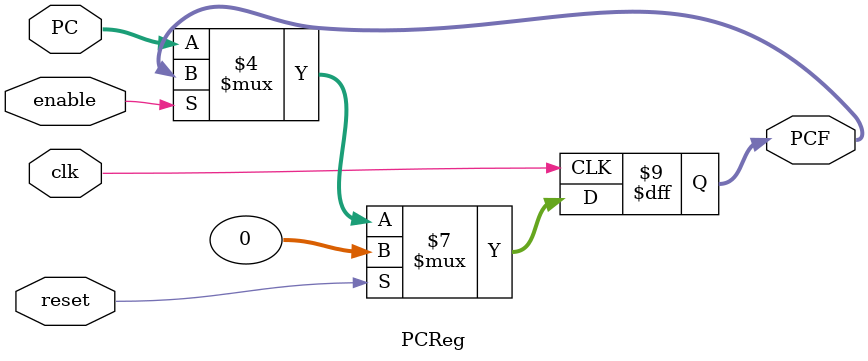
<source format=v>
module PCReg(
    //input
      input[31:0] PC
    , input enable
    , input clk
    , input reset
    //output
    , output reg[31:0] PCF
);


  always @(posedge clk) begin
      if (reset != 1'b0) PCF <= 32'b0;
      else if (enable == 1'b0) PCF <= PC;
  end

endmodule
</source>
